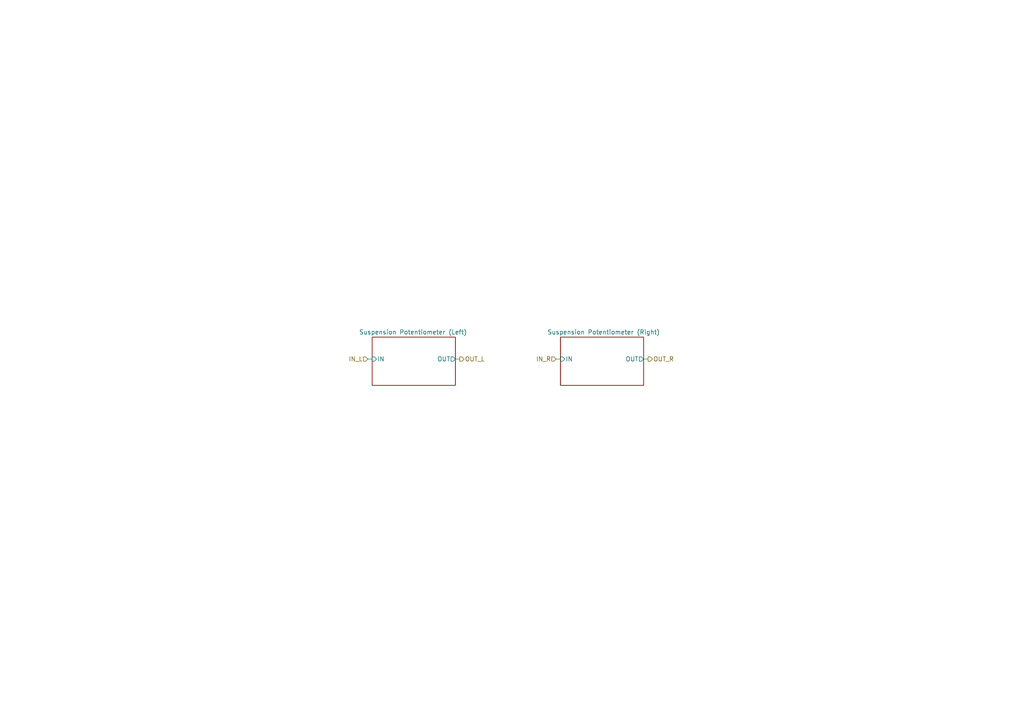
<source format=kicad_sch>
(kicad_sch (version 20230121) (generator eeschema)
  (paper "A4")
  (title_block (title "Suspension Potentiometers") (date "2023-07-01") (rev "${REVISION}") (company "Author: I. Kajdan") (comment 1 "Reviewer:"))
  (lib_symbols)
  (wire (pts (xy 186.69 104.14) (xy 187.96 104.14)))
  (wire (pts (xy 161.29 104.14) (xy 162.56 104.14)))
  (wire (pts (xy 132.08 104.14) (xy 133.35 104.14)))
  (wire (pts (xy 106.68 104.14) (xy 107.95 104.14)))
  (hierarchical_label "IN_L" (shape input) (at 106.68 104.14 180))
  (hierarchical_label "OUT_L" (shape output) (at 133.35 104.14 0))
  (hierarchical_label "IN_R" (shape input) (at 161.29 104.14 180))
  (hierarchical_label "OUT_R" (shape output) (at 187.96 104.14 0))
  (sheet (at 162.56 97.79) (size 24.13 13.97) (stroke (width 0.1524))
    (property "Sheetname" "Suspension Potentiometer (Right)" (at 158.75 97.0784 0) (effects (justify left bottom)))
    (property "Sheetfile" "suspension_potentiometer.kicad_sch" (effects hide))
    (pin "IN" input (at 162.56 104.14 180))
    (pin "OUT" output (at 186.69 104.14 0))
  )
  (sheet (at 107.95 97.79) (size 24.13 13.97) (stroke (width 0.1524))
    (property "Sheetname" "Suspension Potentiometer (Left)" (at 104.14 97.0784 0) (effects (justify left bottom)))
    (property "Sheetfile" "suspension_potentiometer.kicad_sch" (effects hide))
    (pin "IN" input (at 107.95 104.14 180))
    (pin "OUT" output (at 132.08 104.14 0))
  )
)
</source>
